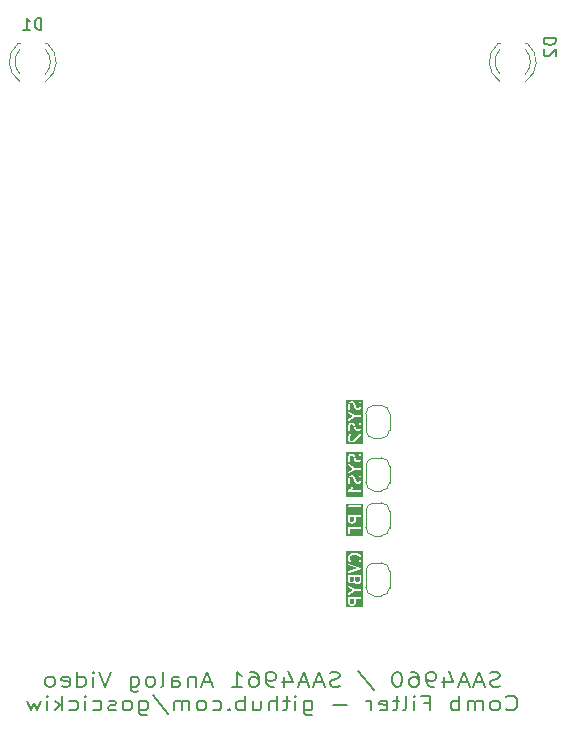
<source format=gbo>
%TF.GenerationSoftware,KiCad,Pcbnew,7.0.6*%
%TF.CreationDate,2024-09-28T11:05:18+02:00*%
%TF.ProjectId,Analog-Video-Comb-Filter,416e616c-6f67-42d5-9669-64656f2d436f,rev?*%
%TF.SameCoordinates,PX71d9820PY9157080*%
%TF.FileFunction,Legend,Bot*%
%TF.FilePolarity,Positive*%
%FSLAX46Y46*%
G04 Gerber Fmt 4.6, Leading zero omitted, Abs format (unit mm)*
G04 Created by KiCad (PCBNEW 7.0.6) date 2024-09-28 11:05:18*
%MOMM*%
%LPD*%
G01*
G04 APERTURE LIST*
%ADD10C,0.200000*%
%ADD11C,0.150000*%
%ADD12C,0.120000*%
G04 APERTURE END LIST*
D10*
X47189996Y24627900D02*
X46975711Y24568377D01*
X46975711Y24568377D02*
X46618568Y24568377D01*
X46618568Y24568377D02*
X46475711Y24627900D01*
X46475711Y24627900D02*
X46404282Y24687424D01*
X46404282Y24687424D02*
X46332853Y24806472D01*
X46332853Y24806472D02*
X46332853Y24925520D01*
X46332853Y24925520D02*
X46404282Y25044567D01*
X46404282Y25044567D02*
X46475711Y25104091D01*
X46475711Y25104091D02*
X46618568Y25163615D01*
X46618568Y25163615D02*
X46904282Y25223139D01*
X46904282Y25223139D02*
X47047139Y25282662D01*
X47047139Y25282662D02*
X47118568Y25342186D01*
X47118568Y25342186D02*
X47189996Y25461234D01*
X47189996Y25461234D02*
X47189996Y25580281D01*
X47189996Y25580281D02*
X47118568Y25699329D01*
X47118568Y25699329D02*
X47047139Y25758853D01*
X47047139Y25758853D02*
X46904282Y25818377D01*
X46904282Y25818377D02*
X46547139Y25818377D01*
X46547139Y25818377D02*
X46332853Y25758853D01*
X45761425Y24925520D02*
X45047140Y24925520D01*
X45904282Y24568377D02*
X45404282Y25818377D01*
X45404282Y25818377D02*
X44904282Y24568377D01*
X44475711Y24925520D02*
X43761426Y24925520D01*
X44618568Y24568377D02*
X44118568Y25818377D01*
X44118568Y25818377D02*
X43618568Y24568377D01*
X42475712Y25401710D02*
X42475712Y24568377D01*
X42832854Y25877900D02*
X43189997Y24985043D01*
X43189997Y24985043D02*
X42261426Y24985043D01*
X41618569Y24568377D02*
X41332855Y24568377D01*
X41332855Y24568377D02*
X41189998Y24627900D01*
X41189998Y24627900D02*
X41118569Y24687424D01*
X41118569Y24687424D02*
X40975712Y24865996D01*
X40975712Y24865996D02*
X40904283Y25104091D01*
X40904283Y25104091D02*
X40904283Y25580281D01*
X40904283Y25580281D02*
X40975712Y25699329D01*
X40975712Y25699329D02*
X41047141Y25758853D01*
X41047141Y25758853D02*
X41189998Y25818377D01*
X41189998Y25818377D02*
X41475712Y25818377D01*
X41475712Y25818377D02*
X41618569Y25758853D01*
X41618569Y25758853D02*
X41689998Y25699329D01*
X41689998Y25699329D02*
X41761426Y25580281D01*
X41761426Y25580281D02*
X41761426Y25282662D01*
X41761426Y25282662D02*
X41689998Y25163615D01*
X41689998Y25163615D02*
X41618569Y25104091D01*
X41618569Y25104091D02*
X41475712Y25044567D01*
X41475712Y25044567D02*
X41189998Y25044567D01*
X41189998Y25044567D02*
X41047141Y25104091D01*
X41047141Y25104091D02*
X40975712Y25163615D01*
X40975712Y25163615D02*
X40904283Y25282662D01*
X39618570Y25818377D02*
X39904284Y25818377D01*
X39904284Y25818377D02*
X40047141Y25758853D01*
X40047141Y25758853D02*
X40118570Y25699329D01*
X40118570Y25699329D02*
X40261427Y25520758D01*
X40261427Y25520758D02*
X40332855Y25282662D01*
X40332855Y25282662D02*
X40332855Y24806472D01*
X40332855Y24806472D02*
X40261427Y24687424D01*
X40261427Y24687424D02*
X40189998Y24627900D01*
X40189998Y24627900D02*
X40047141Y24568377D01*
X40047141Y24568377D02*
X39761427Y24568377D01*
X39761427Y24568377D02*
X39618570Y24627900D01*
X39618570Y24627900D02*
X39547141Y24687424D01*
X39547141Y24687424D02*
X39475712Y24806472D01*
X39475712Y24806472D02*
X39475712Y25104091D01*
X39475712Y25104091D02*
X39547141Y25223139D01*
X39547141Y25223139D02*
X39618570Y25282662D01*
X39618570Y25282662D02*
X39761427Y25342186D01*
X39761427Y25342186D02*
X40047141Y25342186D01*
X40047141Y25342186D02*
X40189998Y25282662D01*
X40189998Y25282662D02*
X40261427Y25223139D01*
X40261427Y25223139D02*
X40332855Y25104091D01*
X38547141Y25818377D02*
X38404284Y25818377D01*
X38404284Y25818377D02*
X38261427Y25758853D01*
X38261427Y25758853D02*
X38189999Y25699329D01*
X38189999Y25699329D02*
X38118570Y25580281D01*
X38118570Y25580281D02*
X38047141Y25342186D01*
X38047141Y25342186D02*
X38047141Y25044567D01*
X38047141Y25044567D02*
X38118570Y24806472D01*
X38118570Y24806472D02*
X38189999Y24687424D01*
X38189999Y24687424D02*
X38261427Y24627900D01*
X38261427Y24627900D02*
X38404284Y24568377D01*
X38404284Y24568377D02*
X38547141Y24568377D01*
X38547141Y24568377D02*
X38689999Y24627900D01*
X38689999Y24627900D02*
X38761427Y24687424D01*
X38761427Y24687424D02*
X38832856Y24806472D01*
X38832856Y24806472D02*
X38904284Y25044567D01*
X38904284Y25044567D02*
X38904284Y25342186D01*
X38904284Y25342186D02*
X38832856Y25580281D01*
X38832856Y25580281D02*
X38761427Y25699329D01*
X38761427Y25699329D02*
X38689999Y25758853D01*
X38689999Y25758853D02*
X38547141Y25818377D01*
X35189999Y25877900D02*
X36475713Y24270758D01*
X33618570Y24627900D02*
X33404285Y24568377D01*
X33404285Y24568377D02*
X33047142Y24568377D01*
X33047142Y24568377D02*
X32904285Y24627900D01*
X32904285Y24627900D02*
X32832856Y24687424D01*
X32832856Y24687424D02*
X32761427Y24806472D01*
X32761427Y24806472D02*
X32761427Y24925520D01*
X32761427Y24925520D02*
X32832856Y25044567D01*
X32832856Y25044567D02*
X32904285Y25104091D01*
X32904285Y25104091D02*
X33047142Y25163615D01*
X33047142Y25163615D02*
X33332856Y25223139D01*
X33332856Y25223139D02*
X33475713Y25282662D01*
X33475713Y25282662D02*
X33547142Y25342186D01*
X33547142Y25342186D02*
X33618570Y25461234D01*
X33618570Y25461234D02*
X33618570Y25580281D01*
X33618570Y25580281D02*
X33547142Y25699329D01*
X33547142Y25699329D02*
X33475713Y25758853D01*
X33475713Y25758853D02*
X33332856Y25818377D01*
X33332856Y25818377D02*
X32975713Y25818377D01*
X32975713Y25818377D02*
X32761427Y25758853D01*
X32189999Y24925520D02*
X31475714Y24925520D01*
X32332856Y24568377D02*
X31832856Y25818377D01*
X31832856Y25818377D02*
X31332856Y24568377D01*
X30904285Y24925520D02*
X30190000Y24925520D01*
X31047142Y24568377D02*
X30547142Y25818377D01*
X30547142Y25818377D02*
X30047142Y24568377D01*
X28904286Y25401710D02*
X28904286Y24568377D01*
X29261428Y25877900D02*
X29618571Y24985043D01*
X29618571Y24985043D02*
X28690000Y24985043D01*
X28047143Y24568377D02*
X27761429Y24568377D01*
X27761429Y24568377D02*
X27618572Y24627900D01*
X27618572Y24627900D02*
X27547143Y24687424D01*
X27547143Y24687424D02*
X27404286Y24865996D01*
X27404286Y24865996D02*
X27332857Y25104091D01*
X27332857Y25104091D02*
X27332857Y25580281D01*
X27332857Y25580281D02*
X27404286Y25699329D01*
X27404286Y25699329D02*
X27475715Y25758853D01*
X27475715Y25758853D02*
X27618572Y25818377D01*
X27618572Y25818377D02*
X27904286Y25818377D01*
X27904286Y25818377D02*
X28047143Y25758853D01*
X28047143Y25758853D02*
X28118572Y25699329D01*
X28118572Y25699329D02*
X28190000Y25580281D01*
X28190000Y25580281D02*
X28190000Y25282662D01*
X28190000Y25282662D02*
X28118572Y25163615D01*
X28118572Y25163615D02*
X28047143Y25104091D01*
X28047143Y25104091D02*
X27904286Y25044567D01*
X27904286Y25044567D02*
X27618572Y25044567D01*
X27618572Y25044567D02*
X27475715Y25104091D01*
X27475715Y25104091D02*
X27404286Y25163615D01*
X27404286Y25163615D02*
X27332857Y25282662D01*
X26047144Y25818377D02*
X26332858Y25818377D01*
X26332858Y25818377D02*
X26475715Y25758853D01*
X26475715Y25758853D02*
X26547144Y25699329D01*
X26547144Y25699329D02*
X26690001Y25520758D01*
X26690001Y25520758D02*
X26761429Y25282662D01*
X26761429Y25282662D02*
X26761429Y24806472D01*
X26761429Y24806472D02*
X26690001Y24687424D01*
X26690001Y24687424D02*
X26618572Y24627900D01*
X26618572Y24627900D02*
X26475715Y24568377D01*
X26475715Y24568377D02*
X26190001Y24568377D01*
X26190001Y24568377D02*
X26047144Y24627900D01*
X26047144Y24627900D02*
X25975715Y24687424D01*
X25975715Y24687424D02*
X25904286Y24806472D01*
X25904286Y24806472D02*
X25904286Y25104091D01*
X25904286Y25104091D02*
X25975715Y25223139D01*
X25975715Y25223139D02*
X26047144Y25282662D01*
X26047144Y25282662D02*
X26190001Y25342186D01*
X26190001Y25342186D02*
X26475715Y25342186D01*
X26475715Y25342186D02*
X26618572Y25282662D01*
X26618572Y25282662D02*
X26690001Y25223139D01*
X26690001Y25223139D02*
X26761429Y25104091D01*
X24475715Y24568377D02*
X25332858Y24568377D01*
X24904287Y24568377D02*
X24904287Y25818377D01*
X24904287Y25818377D02*
X25047144Y25639805D01*
X25047144Y25639805D02*
X25190001Y25520758D01*
X25190001Y25520758D02*
X25332858Y25461234D01*
X22761430Y24925520D02*
X22047145Y24925520D01*
X22904287Y24568377D02*
X22404287Y25818377D01*
X22404287Y25818377D02*
X21904287Y24568377D01*
X21404288Y25401710D02*
X21404288Y24568377D01*
X21404288Y25282662D02*
X21332859Y25342186D01*
X21332859Y25342186D02*
X21190002Y25401710D01*
X21190002Y25401710D02*
X20975716Y25401710D01*
X20975716Y25401710D02*
X20832859Y25342186D01*
X20832859Y25342186D02*
X20761431Y25223139D01*
X20761431Y25223139D02*
X20761431Y24568377D01*
X19404288Y24568377D02*
X19404288Y25223139D01*
X19404288Y25223139D02*
X19475716Y25342186D01*
X19475716Y25342186D02*
X19618573Y25401710D01*
X19618573Y25401710D02*
X19904288Y25401710D01*
X19904288Y25401710D02*
X20047145Y25342186D01*
X19404288Y24627900D02*
X19547145Y24568377D01*
X19547145Y24568377D02*
X19904288Y24568377D01*
X19904288Y24568377D02*
X20047145Y24627900D01*
X20047145Y24627900D02*
X20118573Y24746948D01*
X20118573Y24746948D02*
X20118573Y24865996D01*
X20118573Y24865996D02*
X20047145Y24985043D01*
X20047145Y24985043D02*
X19904288Y25044567D01*
X19904288Y25044567D02*
X19547145Y25044567D01*
X19547145Y25044567D02*
X19404288Y25104091D01*
X18475716Y24568377D02*
X18618573Y24627900D01*
X18618573Y24627900D02*
X18690002Y24746948D01*
X18690002Y24746948D02*
X18690002Y25818377D01*
X17690002Y24568377D02*
X17832859Y24627900D01*
X17832859Y24627900D02*
X17904288Y24687424D01*
X17904288Y24687424D02*
X17975716Y24806472D01*
X17975716Y24806472D02*
X17975716Y25163615D01*
X17975716Y25163615D02*
X17904288Y25282662D01*
X17904288Y25282662D02*
X17832859Y25342186D01*
X17832859Y25342186D02*
X17690002Y25401710D01*
X17690002Y25401710D02*
X17475716Y25401710D01*
X17475716Y25401710D02*
X17332859Y25342186D01*
X17332859Y25342186D02*
X17261431Y25282662D01*
X17261431Y25282662D02*
X17190002Y25163615D01*
X17190002Y25163615D02*
X17190002Y24806472D01*
X17190002Y24806472D02*
X17261431Y24687424D01*
X17261431Y24687424D02*
X17332859Y24627900D01*
X17332859Y24627900D02*
X17475716Y24568377D01*
X17475716Y24568377D02*
X17690002Y24568377D01*
X15904288Y25401710D02*
X15904288Y24389805D01*
X15904288Y24389805D02*
X15975716Y24270758D01*
X15975716Y24270758D02*
X16047145Y24211234D01*
X16047145Y24211234D02*
X16190002Y24151710D01*
X16190002Y24151710D02*
X16404288Y24151710D01*
X16404288Y24151710D02*
X16547145Y24211234D01*
X15904288Y24627900D02*
X16047145Y24568377D01*
X16047145Y24568377D02*
X16332859Y24568377D01*
X16332859Y24568377D02*
X16475716Y24627900D01*
X16475716Y24627900D02*
X16547145Y24687424D01*
X16547145Y24687424D02*
X16618573Y24806472D01*
X16618573Y24806472D02*
X16618573Y25163615D01*
X16618573Y25163615D02*
X16547145Y25282662D01*
X16547145Y25282662D02*
X16475716Y25342186D01*
X16475716Y25342186D02*
X16332859Y25401710D01*
X16332859Y25401710D02*
X16047145Y25401710D01*
X16047145Y25401710D02*
X15904288Y25342186D01*
X14261430Y25818377D02*
X13761430Y24568377D01*
X13761430Y24568377D02*
X13261430Y25818377D01*
X12761431Y24568377D02*
X12761431Y25401710D01*
X12761431Y25818377D02*
X12832859Y25758853D01*
X12832859Y25758853D02*
X12761431Y25699329D01*
X12761431Y25699329D02*
X12690002Y25758853D01*
X12690002Y25758853D02*
X12761431Y25818377D01*
X12761431Y25818377D02*
X12761431Y25699329D01*
X11404288Y24568377D02*
X11404288Y25818377D01*
X11404288Y24627900D02*
X11547145Y24568377D01*
X11547145Y24568377D02*
X11832859Y24568377D01*
X11832859Y24568377D02*
X11975716Y24627900D01*
X11975716Y24627900D02*
X12047145Y24687424D01*
X12047145Y24687424D02*
X12118573Y24806472D01*
X12118573Y24806472D02*
X12118573Y25163615D01*
X12118573Y25163615D02*
X12047145Y25282662D01*
X12047145Y25282662D02*
X11975716Y25342186D01*
X11975716Y25342186D02*
X11832859Y25401710D01*
X11832859Y25401710D02*
X11547145Y25401710D01*
X11547145Y25401710D02*
X11404288Y25342186D01*
X10118573Y24627900D02*
X10261430Y24568377D01*
X10261430Y24568377D02*
X10547145Y24568377D01*
X10547145Y24568377D02*
X10690002Y24627900D01*
X10690002Y24627900D02*
X10761430Y24746948D01*
X10761430Y24746948D02*
X10761430Y25223139D01*
X10761430Y25223139D02*
X10690002Y25342186D01*
X10690002Y25342186D02*
X10547145Y25401710D01*
X10547145Y25401710D02*
X10261430Y25401710D01*
X10261430Y25401710D02*
X10118573Y25342186D01*
X10118573Y25342186D02*
X10047145Y25223139D01*
X10047145Y25223139D02*
X10047145Y25104091D01*
X10047145Y25104091D02*
X10761430Y24985043D01*
X9190002Y24568377D02*
X9332859Y24627900D01*
X9332859Y24627900D02*
X9404288Y24687424D01*
X9404288Y24687424D02*
X9475716Y24806472D01*
X9475716Y24806472D02*
X9475716Y25163615D01*
X9475716Y25163615D02*
X9404288Y25282662D01*
X9404288Y25282662D02*
X9332859Y25342186D01*
X9332859Y25342186D02*
X9190002Y25401710D01*
X9190002Y25401710D02*
X8975716Y25401710D01*
X8975716Y25401710D02*
X8832859Y25342186D01*
X8832859Y25342186D02*
X8761431Y25282662D01*
X8761431Y25282662D02*
X8690002Y25163615D01*
X8690002Y25163615D02*
X8690002Y24806472D01*
X8690002Y24806472D02*
X8761431Y24687424D01*
X8761431Y24687424D02*
X8832859Y24627900D01*
X8832859Y24627900D02*
X8975716Y24568377D01*
X8975716Y24568377D02*
X9190002Y24568377D01*
X47725715Y22674924D02*
X47797143Y22615400D01*
X47797143Y22615400D02*
X48011429Y22555877D01*
X48011429Y22555877D02*
X48154286Y22555877D01*
X48154286Y22555877D02*
X48368572Y22615400D01*
X48368572Y22615400D02*
X48511429Y22734448D01*
X48511429Y22734448D02*
X48582858Y22853496D01*
X48582858Y22853496D02*
X48654286Y23091591D01*
X48654286Y23091591D02*
X48654286Y23270162D01*
X48654286Y23270162D02*
X48582858Y23508258D01*
X48582858Y23508258D02*
X48511429Y23627305D01*
X48511429Y23627305D02*
X48368572Y23746353D01*
X48368572Y23746353D02*
X48154286Y23805877D01*
X48154286Y23805877D02*
X48011429Y23805877D01*
X48011429Y23805877D02*
X47797143Y23746353D01*
X47797143Y23746353D02*
X47725715Y23686829D01*
X46868572Y22555877D02*
X47011429Y22615400D01*
X47011429Y22615400D02*
X47082858Y22674924D01*
X47082858Y22674924D02*
X47154286Y22793972D01*
X47154286Y22793972D02*
X47154286Y23151115D01*
X47154286Y23151115D02*
X47082858Y23270162D01*
X47082858Y23270162D02*
X47011429Y23329686D01*
X47011429Y23329686D02*
X46868572Y23389210D01*
X46868572Y23389210D02*
X46654286Y23389210D01*
X46654286Y23389210D02*
X46511429Y23329686D01*
X46511429Y23329686D02*
X46440001Y23270162D01*
X46440001Y23270162D02*
X46368572Y23151115D01*
X46368572Y23151115D02*
X46368572Y22793972D01*
X46368572Y22793972D02*
X46440001Y22674924D01*
X46440001Y22674924D02*
X46511429Y22615400D01*
X46511429Y22615400D02*
X46654286Y22555877D01*
X46654286Y22555877D02*
X46868572Y22555877D01*
X45725715Y22555877D02*
X45725715Y23389210D01*
X45725715Y23270162D02*
X45654286Y23329686D01*
X45654286Y23329686D02*
X45511429Y23389210D01*
X45511429Y23389210D02*
X45297143Y23389210D01*
X45297143Y23389210D02*
X45154286Y23329686D01*
X45154286Y23329686D02*
X45082858Y23210639D01*
X45082858Y23210639D02*
X45082858Y22555877D01*
X45082858Y23210639D02*
X45011429Y23329686D01*
X45011429Y23329686D02*
X44868572Y23389210D01*
X44868572Y23389210D02*
X44654286Y23389210D01*
X44654286Y23389210D02*
X44511429Y23329686D01*
X44511429Y23329686D02*
X44440000Y23210639D01*
X44440000Y23210639D02*
X44440000Y22555877D01*
X43725715Y22555877D02*
X43725715Y23805877D01*
X43725715Y23329686D02*
X43582858Y23389210D01*
X43582858Y23389210D02*
X43297143Y23389210D01*
X43297143Y23389210D02*
X43154286Y23329686D01*
X43154286Y23329686D02*
X43082858Y23270162D01*
X43082858Y23270162D02*
X43011429Y23151115D01*
X43011429Y23151115D02*
X43011429Y22793972D01*
X43011429Y22793972D02*
X43082858Y22674924D01*
X43082858Y22674924D02*
X43154286Y22615400D01*
X43154286Y22615400D02*
X43297143Y22555877D01*
X43297143Y22555877D02*
X43582858Y22555877D01*
X43582858Y22555877D02*
X43725715Y22615400D01*
X40725715Y23210639D02*
X41225715Y23210639D01*
X41225715Y22555877D02*
X41225715Y23805877D01*
X41225715Y23805877D02*
X40511429Y23805877D01*
X39940001Y22555877D02*
X39940001Y23389210D01*
X39940001Y23805877D02*
X40011429Y23746353D01*
X40011429Y23746353D02*
X39940001Y23686829D01*
X39940001Y23686829D02*
X39868572Y23746353D01*
X39868572Y23746353D02*
X39940001Y23805877D01*
X39940001Y23805877D02*
X39940001Y23686829D01*
X39011429Y22555877D02*
X39154286Y22615400D01*
X39154286Y22615400D02*
X39225715Y22734448D01*
X39225715Y22734448D02*
X39225715Y23805877D01*
X38654286Y23389210D02*
X38082858Y23389210D01*
X38440001Y23805877D02*
X38440001Y22734448D01*
X38440001Y22734448D02*
X38368572Y22615400D01*
X38368572Y22615400D02*
X38225715Y22555877D01*
X38225715Y22555877D02*
X38082858Y22555877D01*
X37011429Y22615400D02*
X37154286Y22555877D01*
X37154286Y22555877D02*
X37440001Y22555877D01*
X37440001Y22555877D02*
X37582858Y22615400D01*
X37582858Y22615400D02*
X37654286Y22734448D01*
X37654286Y22734448D02*
X37654286Y23210639D01*
X37654286Y23210639D02*
X37582858Y23329686D01*
X37582858Y23329686D02*
X37440001Y23389210D01*
X37440001Y23389210D02*
X37154286Y23389210D01*
X37154286Y23389210D02*
X37011429Y23329686D01*
X37011429Y23329686D02*
X36940001Y23210639D01*
X36940001Y23210639D02*
X36940001Y23091591D01*
X36940001Y23091591D02*
X37654286Y22972543D01*
X36297144Y22555877D02*
X36297144Y23389210D01*
X36297144Y23151115D02*
X36225715Y23270162D01*
X36225715Y23270162D02*
X36154287Y23329686D01*
X36154287Y23329686D02*
X36011429Y23389210D01*
X36011429Y23389210D02*
X35868572Y23389210D01*
X34225716Y23032067D02*
X33082859Y23032067D01*
X30582859Y23389210D02*
X30582859Y22377305D01*
X30582859Y22377305D02*
X30654287Y22258258D01*
X30654287Y22258258D02*
X30725716Y22198734D01*
X30725716Y22198734D02*
X30868573Y22139210D01*
X30868573Y22139210D02*
X31082859Y22139210D01*
X31082859Y22139210D02*
X31225716Y22198734D01*
X30582859Y22615400D02*
X30725716Y22555877D01*
X30725716Y22555877D02*
X31011430Y22555877D01*
X31011430Y22555877D02*
X31154287Y22615400D01*
X31154287Y22615400D02*
X31225716Y22674924D01*
X31225716Y22674924D02*
X31297144Y22793972D01*
X31297144Y22793972D02*
X31297144Y23151115D01*
X31297144Y23151115D02*
X31225716Y23270162D01*
X31225716Y23270162D02*
X31154287Y23329686D01*
X31154287Y23329686D02*
X31011430Y23389210D01*
X31011430Y23389210D02*
X30725716Y23389210D01*
X30725716Y23389210D02*
X30582859Y23329686D01*
X29868573Y22555877D02*
X29868573Y23389210D01*
X29868573Y23805877D02*
X29940001Y23746353D01*
X29940001Y23746353D02*
X29868573Y23686829D01*
X29868573Y23686829D02*
X29797144Y23746353D01*
X29797144Y23746353D02*
X29868573Y23805877D01*
X29868573Y23805877D02*
X29868573Y23686829D01*
X29368572Y23389210D02*
X28797144Y23389210D01*
X29154287Y23805877D02*
X29154287Y22734448D01*
X29154287Y22734448D02*
X29082858Y22615400D01*
X29082858Y22615400D02*
X28940001Y22555877D01*
X28940001Y22555877D02*
X28797144Y22555877D01*
X28297144Y22555877D02*
X28297144Y23805877D01*
X27654287Y22555877D02*
X27654287Y23210639D01*
X27654287Y23210639D02*
X27725715Y23329686D01*
X27725715Y23329686D02*
X27868572Y23389210D01*
X27868572Y23389210D02*
X28082858Y23389210D01*
X28082858Y23389210D02*
X28225715Y23329686D01*
X28225715Y23329686D02*
X28297144Y23270162D01*
X26297144Y23389210D02*
X26297144Y22555877D01*
X26940001Y23389210D02*
X26940001Y22734448D01*
X26940001Y22734448D02*
X26868572Y22615400D01*
X26868572Y22615400D02*
X26725715Y22555877D01*
X26725715Y22555877D02*
X26511429Y22555877D01*
X26511429Y22555877D02*
X26368572Y22615400D01*
X26368572Y22615400D02*
X26297144Y22674924D01*
X25582858Y22555877D02*
X25582858Y23805877D01*
X25582858Y23329686D02*
X25440001Y23389210D01*
X25440001Y23389210D02*
X25154286Y23389210D01*
X25154286Y23389210D02*
X25011429Y23329686D01*
X25011429Y23329686D02*
X24940001Y23270162D01*
X24940001Y23270162D02*
X24868572Y23151115D01*
X24868572Y23151115D02*
X24868572Y22793972D01*
X24868572Y22793972D02*
X24940001Y22674924D01*
X24940001Y22674924D02*
X25011429Y22615400D01*
X25011429Y22615400D02*
X25154286Y22555877D01*
X25154286Y22555877D02*
X25440001Y22555877D01*
X25440001Y22555877D02*
X25582858Y22615400D01*
X24225715Y22674924D02*
X24154286Y22615400D01*
X24154286Y22615400D02*
X24225715Y22555877D01*
X24225715Y22555877D02*
X24297143Y22615400D01*
X24297143Y22615400D02*
X24225715Y22674924D01*
X24225715Y22674924D02*
X24225715Y22555877D01*
X22868572Y22615400D02*
X23011429Y22555877D01*
X23011429Y22555877D02*
X23297143Y22555877D01*
X23297143Y22555877D02*
X23440000Y22615400D01*
X23440000Y22615400D02*
X23511429Y22674924D01*
X23511429Y22674924D02*
X23582857Y22793972D01*
X23582857Y22793972D02*
X23582857Y23151115D01*
X23582857Y23151115D02*
X23511429Y23270162D01*
X23511429Y23270162D02*
X23440000Y23329686D01*
X23440000Y23329686D02*
X23297143Y23389210D01*
X23297143Y23389210D02*
X23011429Y23389210D01*
X23011429Y23389210D02*
X22868572Y23329686D01*
X22011429Y22555877D02*
X22154286Y22615400D01*
X22154286Y22615400D02*
X22225715Y22674924D01*
X22225715Y22674924D02*
X22297143Y22793972D01*
X22297143Y22793972D02*
X22297143Y23151115D01*
X22297143Y23151115D02*
X22225715Y23270162D01*
X22225715Y23270162D02*
X22154286Y23329686D01*
X22154286Y23329686D02*
X22011429Y23389210D01*
X22011429Y23389210D02*
X21797143Y23389210D01*
X21797143Y23389210D02*
X21654286Y23329686D01*
X21654286Y23329686D02*
X21582858Y23270162D01*
X21582858Y23270162D02*
X21511429Y23151115D01*
X21511429Y23151115D02*
X21511429Y22793972D01*
X21511429Y22793972D02*
X21582858Y22674924D01*
X21582858Y22674924D02*
X21654286Y22615400D01*
X21654286Y22615400D02*
X21797143Y22555877D01*
X21797143Y22555877D02*
X22011429Y22555877D01*
X20868572Y22555877D02*
X20868572Y23389210D01*
X20868572Y23270162D02*
X20797143Y23329686D01*
X20797143Y23329686D02*
X20654286Y23389210D01*
X20654286Y23389210D02*
X20440000Y23389210D01*
X20440000Y23389210D02*
X20297143Y23329686D01*
X20297143Y23329686D02*
X20225715Y23210639D01*
X20225715Y23210639D02*
X20225715Y22555877D01*
X20225715Y23210639D02*
X20154286Y23329686D01*
X20154286Y23329686D02*
X20011429Y23389210D01*
X20011429Y23389210D02*
X19797143Y23389210D01*
X19797143Y23389210D02*
X19654286Y23329686D01*
X19654286Y23329686D02*
X19582857Y23210639D01*
X19582857Y23210639D02*
X19582857Y22555877D01*
X17797143Y23865400D02*
X19082857Y22258258D01*
X16654286Y23389210D02*
X16654286Y22377305D01*
X16654286Y22377305D02*
X16725714Y22258258D01*
X16725714Y22258258D02*
X16797143Y22198734D01*
X16797143Y22198734D02*
X16940000Y22139210D01*
X16940000Y22139210D02*
X17154286Y22139210D01*
X17154286Y22139210D02*
X17297143Y22198734D01*
X16654286Y22615400D02*
X16797143Y22555877D01*
X16797143Y22555877D02*
X17082857Y22555877D01*
X17082857Y22555877D02*
X17225714Y22615400D01*
X17225714Y22615400D02*
X17297143Y22674924D01*
X17297143Y22674924D02*
X17368571Y22793972D01*
X17368571Y22793972D02*
X17368571Y23151115D01*
X17368571Y23151115D02*
X17297143Y23270162D01*
X17297143Y23270162D02*
X17225714Y23329686D01*
X17225714Y23329686D02*
X17082857Y23389210D01*
X17082857Y23389210D02*
X16797143Y23389210D01*
X16797143Y23389210D02*
X16654286Y23329686D01*
X15725714Y22555877D02*
X15868571Y22615400D01*
X15868571Y22615400D02*
X15940000Y22674924D01*
X15940000Y22674924D02*
X16011428Y22793972D01*
X16011428Y22793972D02*
X16011428Y23151115D01*
X16011428Y23151115D02*
X15940000Y23270162D01*
X15940000Y23270162D02*
X15868571Y23329686D01*
X15868571Y23329686D02*
X15725714Y23389210D01*
X15725714Y23389210D02*
X15511428Y23389210D01*
X15511428Y23389210D02*
X15368571Y23329686D01*
X15368571Y23329686D02*
X15297143Y23270162D01*
X15297143Y23270162D02*
X15225714Y23151115D01*
X15225714Y23151115D02*
X15225714Y22793972D01*
X15225714Y22793972D02*
X15297143Y22674924D01*
X15297143Y22674924D02*
X15368571Y22615400D01*
X15368571Y22615400D02*
X15511428Y22555877D01*
X15511428Y22555877D02*
X15725714Y22555877D01*
X14654285Y22615400D02*
X14511428Y22555877D01*
X14511428Y22555877D02*
X14225714Y22555877D01*
X14225714Y22555877D02*
X14082857Y22615400D01*
X14082857Y22615400D02*
X14011428Y22734448D01*
X14011428Y22734448D02*
X14011428Y22793972D01*
X14011428Y22793972D02*
X14082857Y22913020D01*
X14082857Y22913020D02*
X14225714Y22972543D01*
X14225714Y22972543D02*
X14440000Y22972543D01*
X14440000Y22972543D02*
X14582857Y23032067D01*
X14582857Y23032067D02*
X14654285Y23151115D01*
X14654285Y23151115D02*
X14654285Y23210639D01*
X14654285Y23210639D02*
X14582857Y23329686D01*
X14582857Y23329686D02*
X14440000Y23389210D01*
X14440000Y23389210D02*
X14225714Y23389210D01*
X14225714Y23389210D02*
X14082857Y23329686D01*
X12725714Y22615400D02*
X12868571Y22555877D01*
X12868571Y22555877D02*
X13154285Y22555877D01*
X13154285Y22555877D02*
X13297142Y22615400D01*
X13297142Y22615400D02*
X13368571Y22674924D01*
X13368571Y22674924D02*
X13439999Y22793972D01*
X13439999Y22793972D02*
X13439999Y23151115D01*
X13439999Y23151115D02*
X13368571Y23270162D01*
X13368571Y23270162D02*
X13297142Y23329686D01*
X13297142Y23329686D02*
X13154285Y23389210D01*
X13154285Y23389210D02*
X12868571Y23389210D01*
X12868571Y23389210D02*
X12725714Y23329686D01*
X12082857Y22555877D02*
X12082857Y23389210D01*
X12082857Y23805877D02*
X12154285Y23746353D01*
X12154285Y23746353D02*
X12082857Y23686829D01*
X12082857Y23686829D02*
X12011428Y23746353D01*
X12011428Y23746353D02*
X12082857Y23805877D01*
X12082857Y23805877D02*
X12082857Y23686829D01*
X10725714Y22615400D02*
X10868571Y22555877D01*
X10868571Y22555877D02*
X11154285Y22555877D01*
X11154285Y22555877D02*
X11297142Y22615400D01*
X11297142Y22615400D02*
X11368571Y22674924D01*
X11368571Y22674924D02*
X11439999Y22793972D01*
X11439999Y22793972D02*
X11439999Y23151115D01*
X11439999Y23151115D02*
X11368571Y23270162D01*
X11368571Y23270162D02*
X11297142Y23329686D01*
X11297142Y23329686D02*
X11154285Y23389210D01*
X11154285Y23389210D02*
X10868571Y23389210D01*
X10868571Y23389210D02*
X10725714Y23329686D01*
X10082857Y22555877D02*
X10082857Y23805877D01*
X9940000Y23032067D02*
X9511428Y22555877D01*
X9511428Y23389210D02*
X10082857Y22913020D01*
X8868571Y22555877D02*
X8868571Y23389210D01*
X8868571Y23805877D02*
X8939999Y23746353D01*
X8939999Y23746353D02*
X8868571Y23686829D01*
X8868571Y23686829D02*
X8797142Y23746353D01*
X8797142Y23746353D02*
X8868571Y23805877D01*
X8868571Y23805877D02*
X8868571Y23686829D01*
X8297142Y23389210D02*
X8011428Y22555877D01*
X8011428Y22555877D02*
X7725713Y23151115D01*
X7725713Y23151115D02*
X7439999Y22555877D01*
X7439999Y22555877D02*
X7154285Y23389210D01*
D11*
G36*
X35597676Y45105477D02*
G01*
X34161962Y45105477D01*
X34161962Y45513810D01*
X34304819Y45513810D01*
X34306352Y45509597D01*
X34305311Y45505236D01*
X34312737Y45480269D01*
X34360356Y45385031D01*
X34361545Y45383906D01*
X34374405Y45365539D01*
X34422024Y45317920D01*
X34423505Y45317229D01*
X34441516Y45303871D01*
X34536754Y45256252D01*
X34541207Y45255740D01*
X34544643Y45252857D01*
X34570295Y45248334D01*
X34665533Y45248334D01*
X34667071Y45248895D01*
X34689250Y45252183D01*
X34832107Y45299802D01*
X34835619Y45302590D01*
X34840086Y45302980D01*
X34861423Y45317920D01*
X35304819Y45761316D01*
X35304819Y45323334D01*
X35322366Y45275125D01*
X35366795Y45249473D01*
X35417319Y45258382D01*
X35450296Y45297682D01*
X35454819Y45323334D01*
X35454819Y45942381D01*
X35447098Y45963593D01*
X35441256Y45985399D01*
X35438444Y45987368D01*
X35437272Y45990590D01*
X35417726Y46001876D01*
X35399231Y46014826D01*
X35395813Y46014528D01*
X35392843Y46016242D01*
X35370616Y46012323D01*
X35348123Y46010355D01*
X35344308Y46007684D01*
X35342319Y46007333D01*
X35340198Y46004807D01*
X35326786Y45995414D01*
X34767876Y45436506D01*
X34653363Y45398334D01*
X34588000Y45398334D01*
X34519484Y45432592D01*
X34489077Y45463000D01*
X34454819Y45531515D01*
X34454819Y45734201D01*
X34489076Y45802716D01*
X34528090Y45841729D01*
X34549771Y45888225D01*
X34536494Y45937780D01*
X34494468Y45967206D01*
X34443361Y45962735D01*
X34422024Y45947795D01*
X34374405Y45900176D01*
X34373714Y45898695D01*
X34360356Y45880684D01*
X34312737Y45785446D01*
X34312224Y45780993D01*
X34309342Y45777557D01*
X34304819Y45751905D01*
X34304819Y45513810D01*
X34161962Y45513810D01*
X34161962Y46418572D01*
X34304819Y46418572D01*
X34305379Y46417034D01*
X34308668Y46394855D01*
X34356287Y46251998D01*
X34388178Y46211812D01*
X34438439Y46201526D01*
X34483553Y46225955D01*
X34502410Y46273667D01*
X34498589Y46299433D01*
X34454819Y46430743D01*
X34454819Y46638963D01*
X34489076Y46707478D01*
X34519484Y46737886D01*
X34588000Y46772143D01*
X34647828Y46772143D01*
X34716344Y46737885D01*
X34746751Y46707478D01*
X34785244Y46630492D01*
X34830867Y46448001D01*
X34832855Y46445057D01*
X34836546Y46432650D01*
X34884165Y46337412D01*
X34885354Y46336287D01*
X34898214Y46317920D01*
X34945833Y46270301D01*
X34947314Y46269610D01*
X34965325Y46256252D01*
X35060563Y46208633D01*
X35065016Y46208121D01*
X35068452Y46205238D01*
X35094104Y46200715D01*
X35189342Y46200715D01*
X35193555Y46202249D01*
X35197916Y46201207D01*
X35222883Y46208633D01*
X35318121Y46256252D01*
X35319246Y46257441D01*
X35337612Y46270300D01*
X35385232Y46317919D01*
X35385922Y46319401D01*
X35399282Y46337412D01*
X35446901Y46432650D01*
X35447413Y46437104D01*
X35450296Y46440539D01*
X35454819Y46466191D01*
X35454819Y46704286D01*
X35454259Y46705824D01*
X35450970Y46728004D01*
X35403351Y46870860D01*
X35371460Y46911046D01*
X35321199Y46921332D01*
X35276085Y46896903D01*
X35257228Y46849192D01*
X35261049Y46823426D01*
X35304819Y46692116D01*
X35304819Y46483896D01*
X35270561Y46415381D01*
X35240153Y46384974D01*
X35171637Y46350715D01*
X35111809Y46350715D01*
X35043293Y46384973D01*
X35012886Y46415380D01*
X34974392Y46492368D01*
X34928770Y46674857D01*
X34926781Y46677802D01*
X34923091Y46690208D01*
X34875472Y46785446D01*
X34874282Y46786572D01*
X34861423Y46804938D01*
X34813804Y46852557D01*
X34812322Y46853248D01*
X34794312Y46866606D01*
X34699074Y46914225D01*
X34694620Y46914738D01*
X34691185Y46917620D01*
X34665533Y46922143D01*
X34570295Y46922143D01*
X34566081Y46920610D01*
X34561720Y46921651D01*
X34536754Y46914225D01*
X34441516Y46866606D01*
X34440390Y46865417D01*
X34422024Y46852557D01*
X34374405Y46804938D01*
X34373714Y46803457D01*
X34360356Y46785446D01*
X34312737Y46690208D01*
X34312224Y46685755D01*
X34309342Y46682319D01*
X34304819Y46656667D01*
X34304819Y46418572D01*
X34161962Y46418572D01*
X34161962Y47802758D01*
X34304889Y47802758D01*
X34320340Y47753837D01*
X34339553Y47736249D01*
X34763930Y47466191D01*
X34339553Y47196133D01*
X34308302Y47155447D01*
X34310513Y47104192D01*
X34345154Y47066350D01*
X34396015Y47059627D01*
X34420085Y47069583D01*
X34925469Y47391191D01*
X35379819Y47391191D01*
X35428028Y47408738D01*
X35453680Y47453167D01*
X35444771Y47503691D01*
X35405471Y47536668D01*
X35379819Y47541191D01*
X34925469Y47541191D01*
X34420085Y47862799D01*
X34369992Y47873877D01*
X34324498Y47850166D01*
X34304889Y47802758D01*
X34161962Y47802758D01*
X34161962Y48228096D01*
X34304819Y48228096D01*
X34305379Y48226558D01*
X34308668Y48204379D01*
X34356287Y48061522D01*
X34388178Y48021336D01*
X34438439Y48011050D01*
X34483553Y48035479D01*
X34502410Y48083191D01*
X34498589Y48108957D01*
X34454819Y48240267D01*
X34454819Y48448487D01*
X34489076Y48517002D01*
X34519484Y48547410D01*
X34588000Y48581667D01*
X34647828Y48581667D01*
X34716344Y48547409D01*
X34746751Y48517002D01*
X34785244Y48440016D01*
X34830867Y48257525D01*
X34832855Y48254581D01*
X34836546Y48242174D01*
X34884165Y48146936D01*
X34885354Y48145811D01*
X34898214Y48127444D01*
X34945833Y48079825D01*
X34947314Y48079134D01*
X34965325Y48065776D01*
X35060563Y48018157D01*
X35065016Y48017645D01*
X35068452Y48014762D01*
X35094104Y48010239D01*
X35189342Y48010239D01*
X35193555Y48011773D01*
X35197916Y48010731D01*
X35222883Y48018157D01*
X35318121Y48065776D01*
X35319246Y48066965D01*
X35337612Y48079824D01*
X35385232Y48127443D01*
X35385922Y48128925D01*
X35399282Y48146936D01*
X35446901Y48242174D01*
X35447413Y48246628D01*
X35450296Y48250063D01*
X35454819Y48275715D01*
X35454819Y48513810D01*
X35454259Y48515348D01*
X35450970Y48537528D01*
X35403351Y48680384D01*
X35371460Y48720570D01*
X35321199Y48730856D01*
X35276085Y48706427D01*
X35257228Y48658716D01*
X35261049Y48632950D01*
X35304819Y48501640D01*
X35304819Y48293420D01*
X35270561Y48224905D01*
X35240153Y48194498D01*
X35171637Y48160239D01*
X35111809Y48160239D01*
X35043293Y48194497D01*
X35012885Y48224905D01*
X34974392Y48301892D01*
X34928770Y48484381D01*
X34926781Y48487326D01*
X34923091Y48499732D01*
X34875472Y48594970D01*
X34874282Y48596096D01*
X34861423Y48614462D01*
X34813804Y48662081D01*
X34812322Y48662772D01*
X34794312Y48676130D01*
X34699074Y48723749D01*
X34694620Y48724262D01*
X34691185Y48727144D01*
X34665533Y48731667D01*
X34570295Y48731667D01*
X34566081Y48730134D01*
X34561720Y48731175D01*
X34536754Y48723749D01*
X34441516Y48676130D01*
X34440390Y48674941D01*
X34422024Y48662081D01*
X34374405Y48614462D01*
X34373714Y48612981D01*
X34360356Y48594970D01*
X34312737Y48499732D01*
X34312224Y48495279D01*
X34309342Y48491843D01*
X34304819Y48466191D01*
X34304819Y48228096D01*
X34161962Y48228096D01*
X34161962Y48874524D01*
X35597676Y48874524D01*
X35597676Y45105477D01*
G37*
G36*
X34828628Y31696515D02*
G01*
X34794369Y31627999D01*
X34763963Y31597593D01*
X34695447Y31563334D01*
X34588000Y31563334D01*
X34519484Y31597592D01*
X34489077Y31627999D01*
X34454819Y31696516D01*
X34454819Y31984762D01*
X34828628Y31984762D01*
X34828628Y31696515D01*
G37*
G36*
X35304819Y33553659D02*
G01*
X35270561Y33485143D01*
X35240153Y33454736D01*
X35171637Y33420477D01*
X35064190Y33420477D01*
X34995674Y33454735D01*
X34969180Y33481229D01*
X34931009Y33595743D01*
X34931009Y33841905D01*
X35304819Y33841905D01*
X35304819Y33553659D01*
G37*
G36*
X34781009Y33601277D02*
G01*
X34746751Y33532761D01*
X34716344Y33502354D01*
X34647828Y33468096D01*
X34588000Y33468096D01*
X34519484Y33502354D01*
X34489076Y33532762D01*
X34454819Y33601277D01*
X34454819Y33841905D01*
X34781009Y33841905D01*
X34781009Y33601277D01*
G37*
G36*
X35597676Y31270477D02*
G01*
X34161962Y31270477D01*
X34161962Y31678810D01*
X34304819Y31678810D01*
X34306352Y31674597D01*
X34305311Y31670236D01*
X34312737Y31645269D01*
X34360356Y31550031D01*
X34361545Y31548906D01*
X34374405Y31530539D01*
X34422024Y31482920D01*
X34423505Y31482229D01*
X34441516Y31468871D01*
X34536754Y31421252D01*
X34541207Y31420740D01*
X34544643Y31417857D01*
X34570295Y31413334D01*
X34713152Y31413334D01*
X34717365Y31414868D01*
X34721726Y31413826D01*
X34746693Y31421252D01*
X34841931Y31468871D01*
X34843056Y31470061D01*
X34861423Y31482920D01*
X34909042Y31530539D01*
X34909733Y31532021D01*
X34923091Y31550031D01*
X34970710Y31645269D01*
X34971222Y31649723D01*
X34974105Y31653158D01*
X34978628Y31678810D01*
X34978628Y31984762D01*
X35379819Y31984762D01*
X35428028Y32002309D01*
X35453680Y32046738D01*
X35444771Y32097262D01*
X35405471Y32130239D01*
X35379819Y32134762D01*
X34379819Y32134762D01*
X34361510Y32128099D01*
X34342319Y32124714D01*
X34337968Y32119530D01*
X34331610Y32117215D01*
X34321867Y32100342D01*
X34309342Y32085414D01*
X34307624Y32075672D01*
X34305958Y32072786D01*
X34306536Y32069504D01*
X34304819Y32059762D01*
X34304819Y31678810D01*
X34161962Y31678810D01*
X34161962Y33062996D01*
X34304889Y33062996D01*
X34320340Y33014075D01*
X34339553Y32996487D01*
X34763930Y32726429D01*
X34339553Y32456371D01*
X34308302Y32415685D01*
X34310513Y32364430D01*
X34345154Y32326588D01*
X34396015Y32319865D01*
X34420085Y32329821D01*
X34925469Y32651429D01*
X35379819Y32651429D01*
X35428028Y32668976D01*
X35453680Y32713405D01*
X35444771Y32763929D01*
X35405471Y32796906D01*
X35379819Y32801429D01*
X34925469Y32801429D01*
X34420085Y33123037D01*
X34369992Y33134115D01*
X34324498Y33110404D01*
X34304889Y33062996D01*
X34161962Y33062996D01*
X34161962Y33583572D01*
X34304819Y33583572D01*
X34306352Y33579359D01*
X34305311Y33574998D01*
X34312737Y33550031D01*
X34360356Y33454793D01*
X34361545Y33453668D01*
X34374405Y33435301D01*
X34422024Y33387682D01*
X34423505Y33386991D01*
X34441516Y33373633D01*
X34536754Y33326014D01*
X34541207Y33325502D01*
X34544643Y33322619D01*
X34570295Y33318096D01*
X34665533Y33318096D01*
X34669746Y33319630D01*
X34674107Y33318588D01*
X34699074Y33326014D01*
X34794312Y33373633D01*
X34795437Y33374823D01*
X34813804Y33387682D01*
X34835613Y33409492D01*
X34835655Y33409019D01*
X34850595Y33387682D01*
X34898214Y33340063D01*
X34899695Y33339372D01*
X34917706Y33326014D01*
X35012944Y33278395D01*
X35017397Y33277883D01*
X35020833Y33275000D01*
X35046485Y33270477D01*
X35189342Y33270477D01*
X35193555Y33272011D01*
X35197916Y33270969D01*
X35222883Y33278395D01*
X35318121Y33326014D01*
X35319246Y33327203D01*
X35337612Y33340062D01*
X35385232Y33387681D01*
X35385922Y33389163D01*
X35399282Y33407174D01*
X35446901Y33502412D01*
X35447413Y33506866D01*
X35450296Y33510301D01*
X35454819Y33535953D01*
X35454819Y33916905D01*
X35448155Y33935214D01*
X35444771Y33954405D01*
X35439586Y33958756D01*
X35437272Y33965114D01*
X35420398Y33974857D01*
X35405471Y33987382D01*
X35395728Y33989100D01*
X35392843Y33990766D01*
X35389560Y33990188D01*
X35379819Y33991905D01*
X34379819Y33991905D01*
X34361510Y33985242D01*
X34342319Y33981857D01*
X34337968Y33976673D01*
X34331610Y33974358D01*
X34321867Y33957485D01*
X34309342Y33942557D01*
X34307624Y33932815D01*
X34305958Y33929929D01*
X34306536Y33926647D01*
X34304819Y33916905D01*
X34304819Y33583572D01*
X34161962Y33583572D01*
X34161962Y34239238D01*
X34305630Y34239238D01*
X34330059Y34194124D01*
X34377770Y34175267D01*
X34403536Y34179088D01*
X35403536Y34512421D01*
X35405227Y34513764D01*
X35407385Y34513822D01*
X35425137Y34529564D01*
X35443722Y34544312D01*
X35444154Y34546427D01*
X35445771Y34547860D01*
X35449250Y34571329D01*
X35454008Y34594573D01*
X35452979Y34596473D01*
X35453296Y34598608D01*
X35440875Y34618826D01*
X35429579Y34639687D01*
X35427571Y34640481D01*
X35426441Y34642321D01*
X35403536Y34654723D01*
X34403536Y34988056D01*
X34352252Y34986655D01*
X34313867Y34952618D01*
X34306342Y34901869D01*
X34333197Y34858157D01*
X34356102Y34845754D01*
X35142648Y34583572D01*
X34356102Y34321390D01*
X34315916Y34289499D01*
X34305630Y34239238D01*
X34161962Y34239238D01*
X34161962Y35393096D01*
X34304819Y35393096D01*
X34305379Y35391558D01*
X34308668Y35369379D01*
X34356287Y35226522D01*
X34359074Y35223010D01*
X34359465Y35218543D01*
X34374405Y35197206D01*
X34422024Y35149587D01*
X34468520Y35127906D01*
X34518075Y35141183D01*
X34547501Y35183209D01*
X34543030Y35234316D01*
X34528090Y35255653D01*
X34492990Y35290753D01*
X34454819Y35405267D01*
X34454819Y35476164D01*
X34492990Y35590678D01*
X34567102Y35664790D01*
X34644090Y35703284D01*
X34817624Y35746667D01*
X34942013Y35746667D01*
X35115547Y35703284D01*
X35192534Y35664790D01*
X35266648Y35590677D01*
X35304819Y35476165D01*
X35304819Y35405266D01*
X35266648Y35290754D01*
X35231548Y35255654D01*
X35209866Y35209157D01*
X35223143Y35159602D01*
X35265168Y35130176D01*
X35316275Y35134646D01*
X35337612Y35149586D01*
X35385232Y35197205D01*
X35387127Y35201270D01*
X35390948Y35203617D01*
X35403351Y35226522D01*
X35450970Y35369378D01*
X35450925Y35371014D01*
X35454819Y35393096D01*
X35454819Y35488334D01*
X35454259Y35489872D01*
X35450970Y35512052D01*
X35403351Y35654908D01*
X35400564Y35658419D01*
X35400174Y35662887D01*
X35385233Y35684224D01*
X35289994Y35779462D01*
X35288512Y35780153D01*
X35270502Y35793511D01*
X35175264Y35841130D01*
X35171735Y35841537D01*
X35159913Y35846809D01*
X34969437Y35894428D01*
X34965988Y35894068D01*
X34951247Y35896667D01*
X34808390Y35896667D01*
X34805132Y35895482D01*
X34790200Y35894428D01*
X34599724Y35846809D01*
X34596779Y35844821D01*
X34584373Y35841130D01*
X34489135Y35793511D01*
X34488011Y35792325D01*
X34469643Y35779462D01*
X34374405Y35684224D01*
X34372510Y35680161D01*
X34368689Y35677813D01*
X34356287Y35654908D01*
X34308668Y35512051D01*
X34308712Y35510417D01*
X34304819Y35488334D01*
X34304819Y35393096D01*
X34161962Y35393096D01*
X34161962Y36039524D01*
X35597676Y36039524D01*
X35597676Y31270477D01*
G37*
G36*
X34828628Y38657467D02*
G01*
X34794369Y38588951D01*
X34763963Y38558545D01*
X34695447Y38524286D01*
X34588000Y38524286D01*
X34519484Y38558544D01*
X34489077Y38588952D01*
X34454819Y38657468D01*
X34454819Y38945714D01*
X34828628Y38945714D01*
X34828628Y38657467D01*
G37*
G36*
X35597676Y37327806D02*
G01*
X34161962Y37327806D01*
X34161962Y37544524D01*
X34304819Y37544524D01*
X34322366Y37496315D01*
X34366795Y37470663D01*
X34417319Y37479572D01*
X34450296Y37518872D01*
X34454819Y37544524D01*
X34454819Y37945714D01*
X34781009Y37945714D01*
X34781009Y37687381D01*
X34798556Y37639172D01*
X34842985Y37613520D01*
X34893509Y37622429D01*
X34926486Y37661729D01*
X34931009Y37687381D01*
X34931009Y37945714D01*
X35379819Y37945714D01*
X35428028Y37963261D01*
X35453680Y38007690D01*
X35444771Y38058214D01*
X35405471Y38091191D01*
X35379819Y38095714D01*
X34379819Y38095714D01*
X34361510Y38089051D01*
X34342319Y38085666D01*
X34337968Y38080482D01*
X34331610Y38078167D01*
X34321867Y38061294D01*
X34309342Y38046366D01*
X34307624Y38036624D01*
X34305958Y38033738D01*
X34306536Y38030456D01*
X34304819Y38020714D01*
X34304819Y37544524D01*
X34161962Y37544524D01*
X34161962Y38639762D01*
X34304819Y38639762D01*
X34306352Y38635549D01*
X34305311Y38631188D01*
X34312737Y38606221D01*
X34360356Y38510983D01*
X34361545Y38509858D01*
X34374405Y38491491D01*
X34422024Y38443872D01*
X34423505Y38443181D01*
X34441516Y38429823D01*
X34536754Y38382204D01*
X34541207Y38381692D01*
X34544643Y38378809D01*
X34570295Y38374286D01*
X34713152Y38374286D01*
X34717365Y38375820D01*
X34721726Y38374778D01*
X34746693Y38382204D01*
X34841931Y38429823D01*
X34843056Y38431013D01*
X34861423Y38443872D01*
X34909042Y38491491D01*
X34909733Y38492973D01*
X34923091Y38510983D01*
X34970710Y38606221D01*
X34971222Y38610675D01*
X34974105Y38614110D01*
X34978628Y38639762D01*
X34978628Y38945714D01*
X35379819Y38945714D01*
X35428028Y38963261D01*
X35453680Y39007690D01*
X35444771Y39058214D01*
X35405471Y39091191D01*
X35379819Y39095714D01*
X34379819Y39095714D01*
X34361510Y39089051D01*
X34342319Y39085666D01*
X34337968Y39080482D01*
X34331610Y39078167D01*
X34321867Y39061294D01*
X34309342Y39046366D01*
X34307624Y39036624D01*
X34305958Y39033738D01*
X34306536Y39030456D01*
X34304819Y39020714D01*
X34304819Y38639762D01*
X34161962Y38639762D01*
X34161962Y39843262D01*
X34305958Y39843262D01*
X34314867Y39792738D01*
X34354167Y39759761D01*
X34379819Y39755238D01*
X35304819Y39755238D01*
X35304819Y39354048D01*
X35322366Y39305839D01*
X35366795Y39280187D01*
X35417319Y39289096D01*
X35450296Y39328396D01*
X35454819Y39354048D01*
X35454819Y39830238D01*
X35448155Y39848547D01*
X35444771Y39867738D01*
X35439586Y39872089D01*
X35437272Y39878447D01*
X35420398Y39888190D01*
X35405471Y39900715D01*
X35395728Y39902433D01*
X35392843Y39904099D01*
X35389560Y39903521D01*
X35379819Y39905238D01*
X34379819Y39905238D01*
X34331610Y39887691D01*
X34305958Y39843262D01*
X34161962Y39843262D01*
X34161962Y40048095D01*
X35597676Y40048095D01*
X35597676Y37327806D01*
G37*
X51889819Y79478095D02*
X50889819Y79478095D01*
X50889819Y79478095D02*
X50889819Y79240000D01*
X50889819Y79240000D02*
X50937438Y79097143D01*
X50937438Y79097143D02*
X51032676Y79001905D01*
X51032676Y79001905D02*
X51127914Y78954286D01*
X51127914Y78954286D02*
X51318390Y78906667D01*
X51318390Y78906667D02*
X51461247Y78906667D01*
X51461247Y78906667D02*
X51651723Y78954286D01*
X51651723Y78954286D02*
X51746961Y79001905D01*
X51746961Y79001905D02*
X51842200Y79097143D01*
X51842200Y79097143D02*
X51889819Y79240000D01*
X51889819Y79240000D02*
X51889819Y79478095D01*
X50985057Y78525714D02*
X50937438Y78478095D01*
X50937438Y78478095D02*
X50889819Y78382857D01*
X50889819Y78382857D02*
X50889819Y78144762D01*
X50889819Y78144762D02*
X50937438Y78049524D01*
X50937438Y78049524D02*
X50985057Y78001905D01*
X50985057Y78001905D02*
X51080295Y77954286D01*
X51080295Y77954286D02*
X51175533Y77954286D01*
X51175533Y77954286D02*
X51318390Y78001905D01*
X51318390Y78001905D02*
X51889819Y78573333D01*
X51889819Y78573333D02*
X51889819Y77954286D01*
G36*
X35597676Y40661616D02*
G01*
X34161962Y40661616D01*
X34161962Y41177072D01*
X34305958Y41177072D01*
X34309738Y41155635D01*
X34311139Y41133914D01*
X34314118Y41130796D01*
X34314867Y41126548D01*
X34331542Y41112556D01*
X34346577Y41096817D01*
X34350863Y41096343D01*
X34354167Y41093571D01*
X34379819Y41089048D01*
X35304819Y41089048D01*
X35304819Y40878334D01*
X35322366Y40830125D01*
X35366795Y40804473D01*
X35417319Y40813382D01*
X35450296Y40852682D01*
X35454819Y40878334D01*
X35454819Y41449762D01*
X35437272Y41497971D01*
X35392843Y41523623D01*
X35342319Y41514714D01*
X35309342Y41475414D01*
X35304819Y41449762D01*
X35304819Y41239048D01*
X34608504Y41239048D01*
X34670947Y41301491D01*
X34671637Y41302973D01*
X34684996Y41320983D01*
X34732615Y41416221D01*
X34738480Y41467187D01*
X34710214Y41510000D01*
X34661039Y41524627D01*
X34613968Y41504224D01*
X34598451Y41483303D01*
X34556274Y41398951D01*
X34474894Y41317571D01*
X34338216Y41226452D01*
X34335661Y41222976D01*
X34331610Y41221501D01*
X34320726Y41202652D01*
X34307837Y41185110D01*
X34308114Y41180808D01*
X34305958Y41177072D01*
X34161962Y41177072D01*
X34161962Y41973572D01*
X34304819Y41973572D01*
X34305379Y41972034D01*
X34308668Y41949855D01*
X34356287Y41806998D01*
X34388178Y41766812D01*
X34438439Y41756526D01*
X34483553Y41780955D01*
X34502410Y41828667D01*
X34498589Y41854433D01*
X34454819Y41985743D01*
X34454819Y42193963D01*
X34489076Y42262478D01*
X34519483Y42292885D01*
X34588000Y42327143D01*
X34647828Y42327143D01*
X34716344Y42292885D01*
X34746751Y42262478D01*
X34785244Y42185492D01*
X34830867Y42003001D01*
X34832855Y42000057D01*
X34836546Y41987650D01*
X34884165Y41892412D01*
X34885354Y41891287D01*
X34898214Y41872920D01*
X34945833Y41825301D01*
X34947314Y41824610D01*
X34965325Y41811252D01*
X35060563Y41763633D01*
X35065016Y41763121D01*
X35068452Y41760238D01*
X35094104Y41755715D01*
X35189342Y41755715D01*
X35193555Y41757249D01*
X35197916Y41756207D01*
X35222883Y41763633D01*
X35318121Y41811252D01*
X35319246Y41812441D01*
X35337612Y41825300D01*
X35385232Y41872919D01*
X35385922Y41874401D01*
X35399282Y41892412D01*
X35446901Y41987650D01*
X35447413Y41992104D01*
X35450296Y41995539D01*
X35454819Y42021191D01*
X35454819Y42259286D01*
X35454259Y42260824D01*
X35450970Y42283004D01*
X35403351Y42425860D01*
X35371460Y42466046D01*
X35321199Y42476332D01*
X35276085Y42451903D01*
X35257228Y42404192D01*
X35261049Y42378426D01*
X35304819Y42247116D01*
X35304819Y42038896D01*
X35270561Y41970381D01*
X35240153Y41939974D01*
X35171637Y41905715D01*
X35111809Y41905715D01*
X35043293Y41939974D01*
X35012886Y41970380D01*
X34974392Y42047368D01*
X34928770Y42229857D01*
X34926781Y42232802D01*
X34923091Y42245208D01*
X34875472Y42340446D01*
X34874282Y42341572D01*
X34861423Y42359938D01*
X34813804Y42407557D01*
X34812322Y42408248D01*
X34794312Y42421606D01*
X34699074Y42469225D01*
X34694620Y42469738D01*
X34691185Y42472620D01*
X34665533Y42477143D01*
X34570295Y42477143D01*
X34566081Y42475610D01*
X34561720Y42476651D01*
X34536754Y42469225D01*
X34441516Y42421606D01*
X34440390Y42420417D01*
X34422024Y42407557D01*
X34374405Y42359938D01*
X34373714Y42358457D01*
X34360356Y42340446D01*
X34312737Y42245208D01*
X34312224Y42240755D01*
X34309342Y42237319D01*
X34304819Y42211667D01*
X34304819Y41973572D01*
X34161962Y41973572D01*
X34161962Y43357758D01*
X34304889Y43357758D01*
X34320340Y43308837D01*
X34339553Y43291249D01*
X34763930Y43021191D01*
X34339553Y42751133D01*
X34308302Y42710447D01*
X34310513Y42659192D01*
X34345154Y42621350D01*
X34396015Y42614627D01*
X34420085Y42624583D01*
X34925469Y42946191D01*
X35379819Y42946191D01*
X35428028Y42963738D01*
X35453680Y43008167D01*
X35444771Y43058691D01*
X35405471Y43091668D01*
X35379819Y43096191D01*
X34925469Y43096191D01*
X34420085Y43417799D01*
X34369992Y43428877D01*
X34324498Y43405166D01*
X34304889Y43357758D01*
X34161962Y43357758D01*
X34161962Y43783096D01*
X34304819Y43783096D01*
X34305379Y43781558D01*
X34308668Y43759379D01*
X34356287Y43616522D01*
X34388178Y43576336D01*
X34438439Y43566050D01*
X34483553Y43590479D01*
X34502410Y43638191D01*
X34498589Y43663957D01*
X34454819Y43795267D01*
X34454819Y44003487D01*
X34489076Y44072002D01*
X34519484Y44102410D01*
X34588000Y44136667D01*
X34647828Y44136667D01*
X34716344Y44102409D01*
X34746751Y44072002D01*
X34785244Y43995015D01*
X34830867Y43812525D01*
X34832855Y43809581D01*
X34836546Y43797174D01*
X34884165Y43701936D01*
X34885354Y43700811D01*
X34898214Y43682444D01*
X34945833Y43634825D01*
X34947314Y43634134D01*
X34965325Y43620776D01*
X35060563Y43573157D01*
X35065016Y43572645D01*
X35068452Y43569762D01*
X35094104Y43565239D01*
X35189342Y43565239D01*
X35193555Y43566773D01*
X35197916Y43565731D01*
X35222883Y43573157D01*
X35318121Y43620776D01*
X35319246Y43621965D01*
X35337612Y43634824D01*
X35385232Y43682443D01*
X35385922Y43683925D01*
X35399282Y43701936D01*
X35446901Y43797174D01*
X35447413Y43801628D01*
X35450296Y43805063D01*
X35454819Y43830715D01*
X35454819Y44068810D01*
X35454259Y44070348D01*
X35450970Y44092528D01*
X35403351Y44235384D01*
X35371460Y44275570D01*
X35321199Y44285856D01*
X35276085Y44261427D01*
X35257228Y44213716D01*
X35261049Y44187950D01*
X35304819Y44056641D01*
X35304819Y43848420D01*
X35270561Y43779905D01*
X35240153Y43749498D01*
X35171637Y43715239D01*
X35111809Y43715239D01*
X35043293Y43749497D01*
X35012886Y43779904D01*
X34974392Y43856891D01*
X34928770Y44039381D01*
X34926781Y44042326D01*
X34923091Y44054732D01*
X34875472Y44149970D01*
X34874282Y44151096D01*
X34861423Y44169462D01*
X34813804Y44217081D01*
X34812322Y44217772D01*
X34794312Y44231130D01*
X34699074Y44278749D01*
X34694620Y44279262D01*
X34691185Y44282144D01*
X34665533Y44286667D01*
X34570295Y44286667D01*
X34566081Y44285134D01*
X34561720Y44286175D01*
X34536754Y44278749D01*
X34441516Y44231130D01*
X34440390Y44229941D01*
X34422024Y44217081D01*
X34374405Y44169462D01*
X34373714Y44167981D01*
X34360356Y44149970D01*
X34312737Y44054732D01*
X34312224Y44050279D01*
X34309342Y44046843D01*
X34304819Y44021191D01*
X34304819Y43783096D01*
X34161962Y43783096D01*
X34161962Y44429524D01*
X35597676Y44429524D01*
X35597676Y40661616D01*
G37*
X8358094Y80190181D02*
X8358094Y81190181D01*
X8358094Y81190181D02*
X8119999Y81190181D01*
X8119999Y81190181D02*
X7977142Y81142562D01*
X7977142Y81142562D02*
X7881904Y81047324D01*
X7881904Y81047324D02*
X7834285Y80952086D01*
X7834285Y80952086D02*
X7786666Y80761610D01*
X7786666Y80761610D02*
X7786666Y80618753D01*
X7786666Y80618753D02*
X7834285Y80428277D01*
X7834285Y80428277D02*
X7881904Y80333039D01*
X7881904Y80333039D02*
X7977142Y80237800D01*
X7977142Y80237800D02*
X8119999Y80190181D01*
X8119999Y80190181D02*
X8358094Y80190181D01*
X6834285Y80190181D02*
X7405713Y80190181D01*
X7119999Y80190181D02*
X7119999Y81190181D01*
X7119999Y81190181D02*
X7215237Y81047324D01*
X7215237Y81047324D02*
X7310475Y80952086D01*
X7310475Y80952086D02*
X7405713Y80904467D01*
D12*
%TO.C,JP1*%
X36530000Y45590000D02*
X37130000Y45590000D01*
X37830000Y46290000D02*
X37830000Y47690000D01*
X35830000Y47690000D02*
X35830000Y46290000D01*
X37130000Y48390000D02*
X36530000Y48390000D01*
X35830000Y46290000D02*
G75*
G03*
X36530000Y45590000I699999J-1D01*
G01*
X37130000Y45590000D02*
G75*
G03*
X37830000Y46290000I1J699999D01*
G01*
X36530000Y48390000D02*
G75*
G03*
X35830000Y47690000I0J-700000D01*
G01*
X37830000Y47690000D02*
G75*
G03*
X37130000Y48390000I-700000J0D01*
G01*
%TO.C,JP4*%
X36530000Y32255000D02*
X37130000Y32255000D01*
X37830000Y32955000D02*
X37830000Y34355000D01*
X35830000Y34355000D02*
X35830000Y32955000D01*
X37130000Y35055000D02*
X36530000Y35055000D01*
X35830000Y32955000D02*
G75*
G03*
X36530000Y32255000I699999J-1D01*
G01*
X37130000Y32255000D02*
G75*
G03*
X37830000Y32955000I1J699999D01*
G01*
X36530000Y35055000D02*
G75*
G03*
X35830000Y34355000I0J-700000D01*
G01*
X37830000Y34355000D02*
G75*
G03*
X37130000Y35055000I-700000J0D01*
G01*
%TO.C,JP3*%
X36530000Y37335000D02*
X37130000Y37335000D01*
X37830000Y38035000D02*
X37830000Y39435000D01*
X35830000Y39435000D02*
X35830000Y38035000D01*
X37130000Y40135000D02*
X36530000Y40135000D01*
X35830000Y38035000D02*
G75*
G03*
X36530000Y37335000I699999J-1D01*
G01*
X37130000Y37335000D02*
G75*
G03*
X37830000Y38035000I1J699999D01*
G01*
X36530000Y40135000D02*
G75*
G03*
X35830000Y39435000I0J-700000D01*
G01*
X37830000Y39435000D02*
G75*
G03*
X37130000Y40135000I-700000J0D01*
G01*
%TO.C,D2*%
X49340000Y79030000D02*
X49496000Y79030000D01*
X47024000Y79030000D02*
X47180000Y79030000D01*
X49338608Y75797666D02*
G75*
G03*
X49495515Y79029999I-1078608J1672334D01*
G01*
X49339836Y76428871D02*
G75*
G03*
X49339999Y78510960I-1079836J1041129D01*
G01*
X47180001Y78510960D02*
G75*
G03*
X47180164Y76428871I1079999J-1040960D01*
G01*
X47024485Y79029999D02*
G75*
G03*
X47181392Y75797666I1235515J-1559999D01*
G01*
%TO.C,JP2*%
X36530000Y41145000D02*
X37130000Y41145000D01*
X37830000Y41845000D02*
X37830000Y43245000D01*
X35830000Y43245000D02*
X35830000Y41845000D01*
X37130000Y43945000D02*
X36530000Y43945000D01*
X35830000Y41845000D02*
G75*
G03*
X36530000Y41145000I699999J-1D01*
G01*
X37130000Y41145000D02*
G75*
G03*
X37830000Y41845000I1J699999D01*
G01*
X36530000Y43945000D02*
G75*
G03*
X35830000Y43245000I0J-700000D01*
G01*
X37830000Y43245000D02*
G75*
G03*
X37130000Y43945000I-700000J0D01*
G01*
%TO.C,D1*%
X8700000Y79030000D02*
X8856000Y79030000D01*
X6384000Y79030000D02*
X6540000Y79030000D01*
X8698608Y75797666D02*
G75*
G03*
X8855515Y79029999I-1078608J1672334D01*
G01*
X8699836Y76428871D02*
G75*
G03*
X8699999Y78510960I-1079836J1041129D01*
G01*
X6540001Y78510960D02*
G75*
G03*
X6540164Y76428871I1079999J-1040960D01*
G01*
X6384485Y79029999D02*
G75*
G03*
X6541392Y75797666I1235515J-1559999D01*
G01*
%TD*%
M02*

</source>
